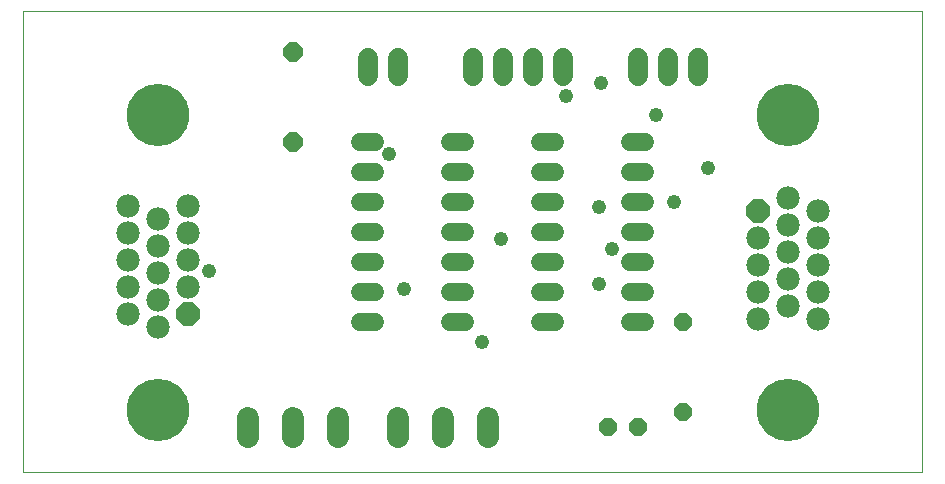
<source format=gts>
G75*
%MOIN*%
%OFA0B0*%
%FSLAX25Y25*%
%IPPOS*%
%LPD*%
%AMOC8*
5,1,8,0,0,1.08239X$1,22.5*
%
%ADD10C,0.00000*%
%ADD11OC8,0.06400*%
%ADD12C,0.06000*%
%ADD13C,0.06800*%
%ADD14OC8,0.06000*%
%ADD15C,0.07400*%
%ADD16C,0.07800*%
%ADD17OC8,0.07800*%
%ADD18C,0.20800*%
%ADD19C,0.04800*%
D10*
X0025619Y0001600D02*
X0025619Y0155301D01*
X0325540Y0155301D01*
X0325540Y0001600D01*
X0025619Y0001600D01*
D11*
X0115619Y0111600D03*
X0115619Y0141600D03*
D12*
X0138019Y0111600D02*
X0143219Y0111600D01*
X0143219Y0101600D02*
X0138019Y0101600D01*
X0138019Y0091600D02*
X0143219Y0091600D01*
X0143219Y0081600D02*
X0138019Y0081600D01*
X0138019Y0071600D02*
X0143219Y0071600D01*
X0143219Y0061600D02*
X0138019Y0061600D01*
X0138019Y0051600D02*
X0143219Y0051600D01*
X0168019Y0051600D02*
X0173219Y0051600D01*
X0173219Y0061600D02*
X0168019Y0061600D01*
X0168019Y0071600D02*
X0173219Y0071600D01*
X0173219Y0081600D02*
X0168019Y0081600D01*
X0168019Y0091600D02*
X0173219Y0091600D01*
X0173219Y0101600D02*
X0168019Y0101600D01*
X0168019Y0111600D02*
X0173219Y0111600D01*
X0198019Y0111600D02*
X0203219Y0111600D01*
X0203219Y0101600D02*
X0198019Y0101600D01*
X0198019Y0091600D02*
X0203219Y0091600D01*
X0203219Y0081600D02*
X0198019Y0081600D01*
X0198019Y0071600D02*
X0203219Y0071600D01*
X0203219Y0061600D02*
X0198019Y0061600D01*
X0198019Y0051600D02*
X0203219Y0051600D01*
X0228019Y0051600D02*
X0233219Y0051600D01*
X0233219Y0061600D02*
X0228019Y0061600D01*
X0228019Y0071600D02*
X0233219Y0071600D01*
X0233219Y0081600D02*
X0228019Y0081600D01*
X0228019Y0091600D02*
X0233219Y0091600D01*
X0233219Y0101600D02*
X0228019Y0101600D01*
X0228019Y0111600D02*
X0233219Y0111600D01*
D13*
X0230619Y0133600D02*
X0230619Y0139600D01*
X0240619Y0139600D02*
X0240619Y0133600D01*
X0250619Y0133600D02*
X0250619Y0139600D01*
X0205619Y0139600D02*
X0205619Y0133600D01*
X0195619Y0133600D02*
X0195619Y0139600D01*
X0185619Y0139600D02*
X0185619Y0133600D01*
X0175619Y0133600D02*
X0175619Y0139600D01*
X0150619Y0139600D02*
X0150619Y0133600D01*
X0140619Y0133600D02*
X0140619Y0139600D01*
D14*
X0245619Y0051600D03*
X0245619Y0021600D03*
X0230619Y0016600D03*
X0220619Y0016600D03*
D15*
X0180619Y0013300D02*
X0180619Y0019900D01*
X0165619Y0019900D02*
X0165619Y0013300D01*
X0150619Y0013300D02*
X0150619Y0019900D01*
X0130619Y0019900D02*
X0130619Y0013300D01*
X0115619Y0013300D02*
X0115619Y0019900D01*
X0100619Y0019900D02*
X0100619Y0013300D01*
D16*
X0070619Y0050057D03*
X0060619Y0054557D03*
X0070619Y0059057D03*
X0080619Y0063557D03*
X0070619Y0068057D03*
X0080619Y0072557D03*
X0070619Y0077057D03*
X0080619Y0081557D03*
X0070619Y0086057D03*
X0080619Y0090557D03*
X0060619Y0090557D03*
X0060619Y0081557D03*
X0060619Y0072557D03*
X0060619Y0063557D03*
X0270619Y0061643D03*
X0280619Y0057143D03*
X0290619Y0052643D03*
X0270619Y0052643D03*
X0290619Y0061643D03*
X0280619Y0066143D03*
X0270619Y0070643D03*
X0280619Y0075143D03*
X0290619Y0070643D03*
X0290619Y0079643D03*
X0280619Y0084143D03*
X0270619Y0079643D03*
X0290619Y0088643D03*
X0280619Y0093143D03*
D17*
X0270619Y0088643D03*
X0080619Y0054557D03*
D18*
X0070619Y0022387D03*
X0280619Y0022387D03*
X0280619Y0120813D03*
X0070619Y0120813D03*
D19*
X0147619Y0107600D03*
X0206721Y0126954D03*
X0218532Y0131285D03*
X0236619Y0120600D03*
X0253965Y0102939D03*
X0242942Y0091915D03*
X0217745Y0089946D03*
X0222076Y0076167D03*
X0217745Y0064356D03*
X0185068Y0079317D03*
X0152784Y0062781D03*
X0178769Y0045065D03*
X0087824Y0068687D03*
M02*

</source>
